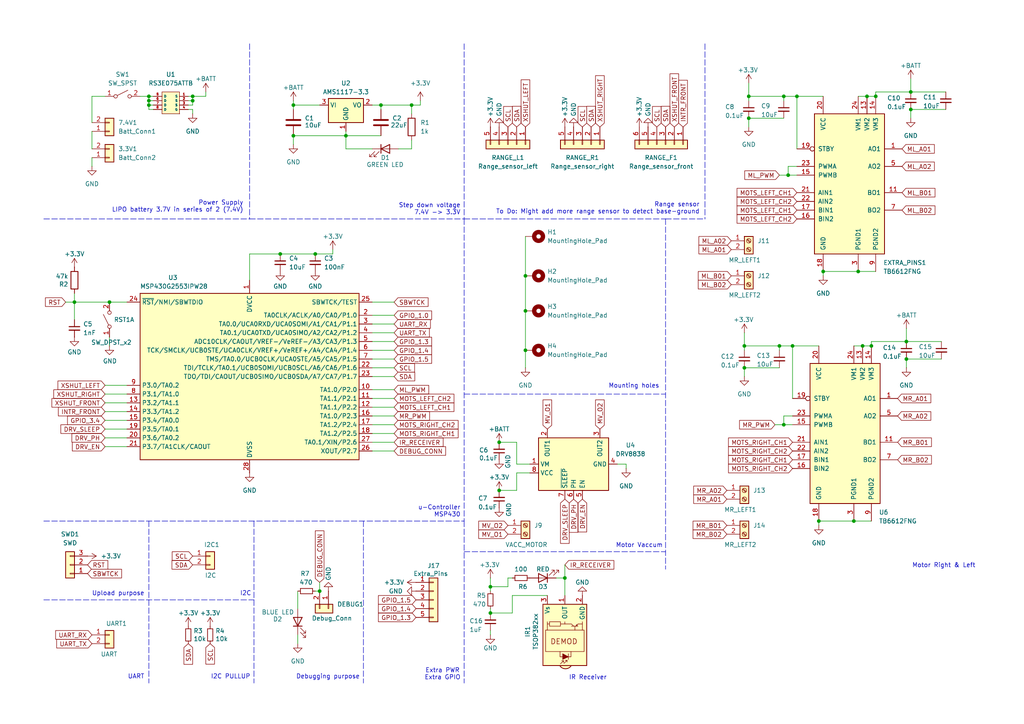
<source format=kicad_sch>
(kicad_sch (version 20231120) (generator "eeschema") (generator_version "8.0")
  (paper "A4")
  (junction (at 252.73 100.33))
  (junction (at 251.46 27.94))
  (junction (at 247.65 151.13))
  (junction (at 229.87 100.33))
  (junction (at 264.16 26.67))
  (junction (at 152.4 101.6))
  (junction (at 227.33 123.19))
  (junction (at 264.16 31.75))
  (junction (at 142.24 170.18))
  (junction (at 228.6 50.8))
  (junction (at 43.18 27.94))
  (junction (at 91.44 73.66))
  (junction (at 85.09 30.48))
  (junction (at 21.59 87.63))
  (junction (at 262.89 104.14))
  (junction (at 142.24 177.8))
  (junction (at 144.78 128.27))
  (junction (at 110.49 30.48))
  (junction (at 231.14 27.94))
  (junction (at 43.18 29.21))
  (junction (at 238.76 78.74))
  (junction (at 43.18 30.48))
  (junction (at 254 27.94))
  (junction (at 250.19 100.33))
  (junction (at 152.4 90.17))
  (junction (at 119.38 30.48))
  (junction (at 55.88 27.94))
  (junction (at 31.75 87.63))
  (junction (at 248.92 78.74))
  (junction (at 227.33 27.94))
  (junction (at 144.78 142.24))
  (junction (at 226.06 100.33))
  (junction (at 92.71 171.45))
  (junction (at 55.88 29.21))
  (junction (at 215.9 106.68))
  (junction (at 163.83 167.64))
  (junction (at 237.49 151.13))
  (junction (at 85.09 39.37))
  (junction (at 81.28 73.66))
  (junction (at 152.4 80.01))
  (junction (at 217.17 34.29))
  (junction (at 100.33 39.37))
  (junction (at 217.17 27.94))
  (junction (at 262.89 99.06))
  (junction (at 215.9 100.33))
  (polyline (pts (xy 12.7 151.13) (xy 134.62 151.13)) (stroke (width 0) (type dash)))
  (polyline (pts (xy 204.47 12.7) (xy 204.47 63.5)) (stroke (width 0) (type dash)))
  (wire (pts (xy 43.18 29.21) (xy 43.18 27.94)))
  (wire (pts (xy 85.09 29.21) (xy 85.09 30.48)))
  (wire (pts (xy 227.33 123.19) (xy 229.87 123.19)))
  (wire (pts (xy 144.78 142.24) (xy 149.86 142.24)))
  (wire (pts (xy 148.59 177.8) (xy 148.59 172.72)))
  (wire (pts (xy 40.64 27.94) (xy 43.18 27.94)))
  (wire (pts (xy 107.95 43.18) (xy 100.33 43.18)))
  (polyline (pts (xy 105.41 151.13) (xy 105.41 198.12)) (stroke (width 0) (type dash)))
  (wire (pts (xy 148.59 172.72) (xy 158.75 172.72)))
  (polyline (pts (xy 193.04 63.5) (xy 204.47 63.5)) (stroke (width 0) (type dash)))
  (wire (pts (xy 114.3 91.44) (xy 107.95 91.44)))
  (wire (pts (xy 85.09 30.48) (xy 85.09 31.75)))
  (polyline (pts (xy 43.18 151.13) (xy 43.18 173.99)) (stroke (width 0) (type dash)))
  (polyline (pts (xy 43.18 173.99) (xy 43.18 198.12)) (stroke (width 0) (type dash)))
  (wire (pts (xy 114.3 125.73) (xy 107.95 125.73)))
  (wire (pts (xy 228.6 50.8) (xy 231.14 50.8)))
  (wire (pts (xy 85.09 39.37) (xy 100.33 39.37)))
  (wire (pts (xy 100.33 43.18) (xy 100.33 39.37)))
  (wire (pts (xy 217.17 27.94) (xy 227.33 27.94)))
  (wire (pts (xy 121.92 29.21) (xy 121.92 30.48)))
  (wire (pts (xy 229.87 100.33) (xy 229.87 115.57)))
  (wire (pts (xy 72.39 73.66) (xy 81.28 73.66)))
  (wire (pts (xy 264.16 26.67) (xy 274.32 26.67)))
  (wire (pts (xy 231.14 27.94) (xy 227.33 27.94)))
  (wire (pts (xy 81.28 73.66) (xy 91.44 73.66)))
  (wire (pts (xy 237.49 151.13) (xy 247.65 151.13)))
  (wire (pts (xy 163.83 163.83) (xy 163.83 167.64)))
  (wire (pts (xy 250.19 100.33) (xy 252.73 100.33)))
  (wire (pts (xy 152.4 101.6) (xy 152.4 106.68)))
  (wire (pts (xy 91.44 73.66) (xy 96.52 73.66)))
  (wire (pts (xy 43.18 30.48) (xy 43.18 29.21)))
  (wire (pts (xy 119.38 30.48) (xy 121.92 30.48)))
  (wire (pts (xy 115.57 43.18) (xy 119.38 43.18)))
  (wire (pts (xy 114.3 106.68) (xy 107.95 106.68)))
  (wire (pts (xy 163.83 172.72) (xy 163.83 167.64)))
  (polyline (pts (xy 72.39 12.7) (xy 72.39 63.5)) (stroke (width 0) (type dash)))
  (wire (pts (xy 217.17 24.13) (xy 217.17 27.94)))
  (polyline (pts (xy 73.66 151.13) (xy 73.66 198.12)) (stroke (width 0) (type dash)))
  (wire (pts (xy 226.06 100.33) (xy 226.06 101.6)))
  (wire (pts (xy 114.3 118.11) (xy 107.95 118.11)))
  (wire (pts (xy 119.38 30.48) (xy 119.38 33.02)))
  (wire (pts (xy 91.44 171.45) (xy 92.71 171.45)))
  (wire (pts (xy 114.3 115.57) (xy 107.95 115.57)))
  (wire (pts (xy 215.9 106.68) (xy 226.06 106.68)))
  (wire (pts (xy 114.3 104.14) (xy 107.95 104.14)))
  (wire (pts (xy 85.09 39.37) (xy 85.09 41.91)))
  (wire (pts (xy 54.61 27.94) (xy 55.88 27.94)))
  (wire (pts (xy 142.24 171.45) (xy 142.24 170.18)))
  (wire (pts (xy 30.48 129.54) (xy 36.83 129.54)))
  (polyline (pts (xy 134.62 63.5) (xy 193.04 63.5)) (stroke (width 0) (type dash)))
  (wire (pts (xy 55.88 31.75) (xy 55.88 33.02)))
  (wire (pts (xy 262.89 99.06) (xy 273.05 99.06)))
  (wire (pts (xy 142.24 167.64) (xy 142.24 170.18)))
  (wire (pts (xy 252.73 99.06) (xy 252.73 100.33)))
  (wire (pts (xy 92.71 168.91) (xy 92.71 171.45)))
  (polyline (pts (xy 193.04 63.5) (xy 193.04 165.1)) (stroke (width 0) (type dash)))
  (wire (pts (xy 237.49 151.13) (xy 237.49 152.4)))
  (wire (pts (xy 114.3 87.63) (xy 107.95 87.63)))
  (wire (pts (xy 251.46 27.94) (xy 254 27.94)))
  (wire (pts (xy 31.75 87.63) (xy 36.83 87.63)))
  (wire (pts (xy 26.67 27.94) (xy 30.48 27.94)))
  (wire (pts (xy 43.18 29.21) (xy 44.45 29.21)))
  (wire (pts (xy 30.48 119.38) (xy 36.83 119.38)))
  (wire (pts (xy 254 26.67) (xy 254 27.94)))
  (wire (pts (xy 217.17 27.94) (xy 217.17 29.21)))
  (wire (pts (xy 248.92 27.94) (xy 251.46 27.94)))
  (polyline (pts (xy 134.62 12.7) (xy 134.62 63.5)) (stroke (width 0) (type dash)))
  (wire (pts (xy 181.61 134.62) (xy 181.61 135.89)))
  (wire (pts (xy 21.59 87.63) (xy 31.75 87.63)))
  (wire (pts (xy 264.16 22.86) (xy 264.16 26.67)))
  (wire (pts (xy 215.9 96.52) (xy 215.9 100.33)))
  (wire (pts (xy 227.33 27.94) (xy 227.33 29.21)))
  (wire (pts (xy 217.17 34.29) (xy 227.33 34.29)))
  (wire (pts (xy 44.45 31.75) (xy 43.18 31.75)))
  (wire (pts (xy 238.76 78.74) (xy 248.92 78.74)))
  (wire (pts (xy 100.33 39.37) (xy 110.49 39.37)))
  (wire (pts (xy 30.48 121.92) (xy 36.83 121.92)))
  (wire (pts (xy 247.65 151.13) (xy 252.73 151.13)))
  (wire (pts (xy 43.18 31.75) (xy 43.18 30.48)))
  (wire (pts (xy 30.48 127) (xy 36.83 127)))
  (wire (pts (xy 86.36 176.53) (xy 86.36 171.45)))
  (wire (pts (xy 142.24 182.88) (xy 142.24 184.15)))
  (wire (pts (xy 262.89 104.14) (xy 262.89 106.68)))
  (wire (pts (xy 228.6 48.26) (xy 228.6 50.8)))
  (wire (pts (xy 114.3 93.98) (xy 107.95 93.98)))
  (polyline (pts (xy 12.7 173.99) (xy 73.66 173.99)) (stroke (width 0) (type dash)))
  (wire (pts (xy 26.67 35.56) (xy 26.67 27.94)))
  (wire (pts (xy 152.4 68.58) (xy 152.4 80.01)))
  (wire (pts (xy 119.38 43.18) (xy 119.38 40.64)))
  (wire (pts (xy 72.39 73.66) (xy 72.39 81.28)))
  (wire (pts (xy 114.3 109.22) (xy 107.95 109.22)))
  (wire (pts (xy 85.09 30.48) (xy 92.71 30.48)))
  (wire (pts (xy 238.76 27.94) (xy 231.14 27.94)))
  (wire (pts (xy 149.86 128.27) (xy 144.78 128.27)))
  (wire (pts (xy 147.32 167.64) (xy 148.59 167.64)))
  (wire (pts (xy 152.4 90.17) (xy 152.4 101.6)))
  (polyline (pts (xy 134.62 63.5) (xy 134.62 151.13)) (stroke (width 0) (type dash)))
  (polyline (pts (xy 12.7 63.5) (xy 72.39 63.5)) (stroke (width 0) (type dash)))
  (wire (pts (xy 264.16 31.75) (xy 274.32 31.75)))
  (wire (pts (xy 54.61 30.48) (xy 55.88 30.48)))
  (polyline (pts (xy 134.62 151.13) (xy 134.62 198.12)) (stroke (width 0) (type dash)))
  (wire (pts (xy 43.18 30.48) (xy 44.45 30.48)))
  (wire (pts (xy 252.73 99.06) (xy 262.89 99.06)))
  (wire (pts (xy 262.89 104.14) (xy 273.05 104.14)))
  (wire (pts (xy 161.29 167.64) (xy 163.83 167.64)))
  (wire (pts (xy 55.88 29.21) (xy 55.88 27.94)))
  (wire (pts (xy 247.65 100.33) (xy 250.19 100.33)))
  (wire (pts (xy 54.61 29.21) (xy 55.88 29.21)))
  (wire (pts (xy 229.87 120.65) (xy 227.33 120.65)))
  (wire (pts (xy 26.67 45.72) (xy 26.67 48.26)))
  (wire (pts (xy 110.49 30.48) (xy 119.38 30.48)))
  (wire (pts (xy 54.61 31.75) (xy 55.88 31.75)))
  (wire (pts (xy 229.87 100.33) (xy 226.06 100.33)))
  (wire (pts (xy 21.59 87.63) (xy 21.59 92.71)))
  (wire (pts (xy 31.75 97.79) (xy 31.75 100.33)))
  (wire (pts (xy 262.89 95.25) (xy 262.89 99.06)))
  (wire (pts (xy 114.3 101.6) (xy 107.95 101.6)))
  (wire (pts (xy 114.3 130.81) (xy 107.95 130.81)))
  (wire (pts (xy 100.33 39.37) (xy 100.33 38.1)))
  (polyline (pts (xy 134.62 160.02) (xy 193.04 160.02)) (stroke (width 0) (type dash)))
  (wire (pts (xy 114.3 123.19) (xy 107.95 123.19)))
  (wire (pts (xy 254 26.67) (xy 264.16 26.67)))
  (wire (pts (xy 19.05 87.63) (xy 21.59 87.63)))
  (wire (pts (xy 114.3 128.27) (xy 107.95 128.27)))
  (wire (pts (xy 149.86 137.16) (xy 153.67 137.16)))
  (wire (pts (xy 217.17 34.29) (xy 217.17 36.83)))
  (wire (pts (xy 238.76 78.74) (xy 238.76 80.01)))
  (wire (pts (xy 21.59 85.09) (xy 21.59 87.63)))
  (wire (pts (xy 215.9 100.33) (xy 226.06 100.33)))
  (wire (pts (xy 55.88 27.94) (xy 59.69 27.94)))
  (wire (pts (xy 248.92 78.74) (xy 254 78.74)))
  (wire (pts (xy 149.86 142.24) (xy 149.86 137.16)))
  (polyline (pts (xy 72.39 63.5) (xy 134.62 63.5)) (stroke (width 0) (type dash)))
  (wire (pts (xy 215.9 100.33) (xy 215.9 101.6)))
  (wire (pts (xy 142.24 177.8) (xy 148.59 177.8)))
  (wire (pts (xy 30.48 124.46) (xy 36.83 124.46)))
  (wire (pts (xy 237.49 100.33) (xy 229.87 100.33)))
  (wire (pts (xy 264.16 31.75) (xy 264.16 34.29)))
  (wire (pts (xy 30.48 111.76) (xy 36.83 111.76)))
  (wire (pts (xy 43.18 27.94) (xy 44.45 27.94)))
  (wire (pts (xy 153.67 134.62) (xy 149.86 134.62)))
  (wire (pts (xy 179.07 134.62) (xy 181.61 134.62)))
  (wire (pts (xy 30.48 116.84) (xy 36.83 116.84)))
  (wire (pts (xy 114.3 99.06) (xy 107.95 99.06)))
  (wire (pts (xy 114.3 113.03) (xy 107.95 113.03)))
  (wire (pts (xy 215.9 106.68) (xy 215.9 109.22)))
  (wire (pts (xy 110.49 30.48) (xy 110.49 31.75)))
  (wire (pts (xy 227.33 120.65) (xy 227.33 123.19)))
  (wire (pts (xy 231.14 27.94) (xy 231.14 43.18)))
  (wire (pts (xy 114.3 120.65) (xy 107.95 120.65)))
  (wire (pts (xy 55.88 30.48) (xy 55.88 29.21)))
  (wire (pts (xy 26.67 43.18) (xy 26.67 38.1)))
  (wire (pts (xy 114.3 96.52) (xy 107.95 96.52)))
  (wire (pts (xy 142.24 176.53) (xy 142.24 177.8)))
  (polyline (pts (xy 134.62 114.3) (xy 193.04 114.3)) (stroke (width 0) (type dash)))
  (wire (pts (xy 226.06 50.8) (xy 228.6 50.8)))
  (wire (pts (xy 107.95 30.48) (xy 110.49 30.48)))
  (wire (pts (xy 224.79 123.19) (xy 227.33 123.19)))
  (wire (pts (xy 96.52 72.39) (xy 96.52 73.66)))
  (wire (pts (xy 231.14 48.26) (xy 228.6 48.26)))
  (wire (pts (xy 59.69 26.67) (xy 59.69 27.94)))
  (wire (pts (xy 149.86 134.62) (xy 149.86 128.27)))
  (wire (pts (xy 152.4 80.01) (xy 152.4 90.17)))
  (wire (pts (xy 86.36 184.15) (xy 86.36 186.69)))
  (wire (pts (xy 147.32 170.18) (xy 147.32 167.64)))
  (wire (pts (xy 142.24 170.18) (xy 147.32 170.18)))
  (wire (pts (xy 30.48 114.3) (xy 36.83 114.3)))
  (text "I2C" (at 72.898 172.212 0) (effects (font (size 1.27 1.27)) (justify right)))
  (text "Motor Vaccum" (at 192.278 158.242 0) (effects (font (size 1.27 1.27)) (justify right)))
  (text "Power Supply\nLIPO battery 3.7V in series of 2 (7.4V)\n\n" (at 70.612 60.96 0) (effects (font (size 1.27 1.27)) (justify right)))
  (text "Extra PWR" (at 133.35 194.564 0) (effects (font (size 1.27 1.27)) (justify right)))
  (text "UART" (at 41.91 196.342 0) (effects (font (size 1.27 1.27)) (justify right)))
  (text "I2C PULLUP" (at 72.644 196.342 0) (effects (font (size 1.27 1.27)) (justify right)))
  (text "Range sensor\nTo Do: Might add more range sensor to detect base-ground" (at 202.946 60.452 0) (effects (font (size 1.27 1.27)) (justify right)))
  (text "u-Controller\nMSP430" (at 133.604 148.336 0) (effects (font (size 1.27 1.27)) (justify right)))
  (text "Upload purpose" (at 41.91 172.212 0) (effects (font (size 1.27 1.27)) (justify right)))
  (text "Motor Right & Left" (at 282.956 164.084 0) (effects (font (size 1.27 1.27)) (justify right)))
  (text "Debugging purpose" (at 104.394 196.342 0) (effects (font (size 1.27 1.27)) (justify right)))
  (text "Extra GPIO" (at 133.604 196.596 0) (effects (font (size 1.27 1.27)) (justify right)))
  (text "Step down voltage\n7.4V -> 3.3V\n\n" (at 133.604 61.722 0) (effects (font (size 1.27 1.27)) (justify right)))
  (text "IR Receiver" (at 176.022 196.596 0) (effects (font (size 1.27 1.27)) (justify right)))
  (text "Mounting holes" (at 191.262 112.014 0) (effects (font (size 1.27 1.27)) (justify right)))
  (global_label "ML_A01" (shape input) (at 261.62 43.18 0) (property "Intersheetrefs" "${INTERSHEET_REFS}" (effects (hide yes))))
  (global_label "MV_O2" (shape input) (at 173.99 124.46 90) (property "Intersheetrefs" "${INTERSHEET_REFS}" (effects (hide yes))))
  (global_label "DRV_PH" (shape input) (at 30.48 127 180) (property "Intersheetrefs" "${INTERSHEET_REFS}" (effects (hide yes))))
  (global_label "ML_B01" (shape input) (at 212.09 80.01 180) (property "Intersheetrefs" "${INTERSHEET_REFS}" (effects (hide yes))))
  (global_label "ML_B01" (shape input) (at 261.62 55.88 0) (property "Intersheetrefs" "${INTERSHEET_REFS}" (effects (hide yes))))
  (global_label "ML_PWM" (shape input) (at 226.06 50.8 180) (property "Intersheetrefs" "${INTERSHEET_REFS}" (effects (hide yes))))
  (global_label "MOTS_LEFT_CH2" (shape input) (at 231.14 63.5 180) (property "Intersheetrefs" "${INTERSHEET_REFS}" (effects (hide yes))))
  (global_label "MR_PWM" (shape input) (at 114.3 120.65 0) (property "Intersheetrefs" "${INTERSHEET_REFS}" (effects (hide yes))))
  (global_label "MOTS_LEFT_CH2" (shape input) (at 114.3 115.57 0) (property "Intersheetrefs" "${INTERSHEET_REFS}" (effects (hide yes))))
  (global_label "MR_B01" (shape input) (at 210.82 152.4 180) (property "Intersheetrefs" "${INTERSHEET_REFS}" (effects (hide yes))))
  (global_label "MOTS_RIGHT_CH1" (shape input) (at 229.87 133.35 180) (property "Intersheetrefs" "${INTERSHEET_REFS}" (effects (hide yes))))
  (global_label "GPIO_1.0" (shape input) (at 114.3 91.44 0) (property "Intersheetrefs" "${INTERSHEET_REFS}" (effects (hide yes))))
  (global_label "UART_TX" (shape input) (at 114.3 96.52 0) (property "Intersheetrefs" "${INTERSHEET_REFS}" (effects (hide yes))))
  (global_label "INTR_FRONT" (shape input) (at 198.12 36.83 90) (property "Intersheetrefs" "${INTERSHEET_REFS}" (effects (hide yes))))
  (global_label "SDA" (shape input) (at 114.3 109.22 0) (property "Intersheetrefs" "${INTERSHEET_REFS}" (effects (hide yes))))
  (global_label "SDA" (shape input) (at 171.45 36.83 90) (property "Intersheetrefs" "${INTERSHEET_REFS}" (effects (hide yes))))
  (global_label "DRV_SLEEP" (shape input) (at 163.83 144.78 270) (property "Intersheetrefs" "${INTERSHEET_REFS}" (effects (hide yes))))
  (global_label "DEBUG_CONN" (shape input) (at 114.3 130.81 0) (property "Intersheetrefs" "${INTERSHEET_REFS}" (effects (hide yes))))
  (global_label "SCL" (shape input) (at 114.3 106.68 0) (property "Intersheetrefs" "${INTERSHEET_REFS}" (effects (hide yes))))
  (global_label "IR_RECEIVER" (shape input) (at 114.3 128.27 0) (property "Intersheetrefs" "${INTERSHEET_REFS}" (effects (hide yes))))
  (global_label "MV_O1" (shape input) (at 147.32 154.94 180) (property "Intersheetrefs" "${INTERSHEET_REFS}" (effects (hide yes))))
  (global_label "DEBUG_CONN" (shape input) (at 92.71 168.91 90) (property "Intersheetrefs" "${INTERSHEET_REFS}" (effects (hide yes))))
  (global_label "ML_PWM" (shape input) (at 114.3 113.03 0) (property "Intersheetrefs" "${INTERSHEET_REFS}" (effects (hide yes))))
  (global_label "MOTS_RIGHT_CH1" (shape input) (at 114.3 125.73 0) (property "Intersheetrefs" "${INTERSHEET_REFS}" (effects (hide yes))))
  (global_label "MR_B02" (shape input) (at 210.82 154.94 180) (property "Intersheetrefs" "${INTERSHEET_REFS}" (effects (hide yes))))
  (global_label "MR_A01" (shape input) (at 210.82 144.78 180) (property "Intersheetrefs" "${INTERSHEET_REFS}" (effects (hide yes))))
  (global_label "ML_A02" (shape input) (at 261.62 48.26 0) (property "Intersheetrefs" "${INTERSHEET_REFS}" (effects (hide yes))))
  (global_label "ML_B02" (shape input) (at 261.62 60.96 0) (property "Intersheetrefs" "${INTERSHEET_REFS}" (effects (hide yes))))
  (global_label "ML_B02" (shape input) (at 212.09 82.55 180) (property "Intersheetrefs" "${INTERSHEET_REFS}" (effects (hide yes))))
  (global_label "MOTS_RIGHT_CH2" (shape input) (at 229.87 135.89 180) (property "Intersheetrefs" "${INTERSHEET_REFS}" (effects (hide yes))))
  (global_label "GPIO_1.3" (shape input) (at 114.3 99.06 0) (property "Intersheetrefs" "${INTERSHEET_REFS}" (effects (hide yes))))
  (global_label "MOTS_LEFT_CH2" (shape input) (at 231.14 58.42 180) (property "Intersheetrefs" "${INTERSHEET_REFS}" (effects (hide yes))))
  (global_label "XSHUT_LEFT" (shape input) (at 30.48 111.76 180) (property "Intersheetrefs" "${INTERSHEET_REFS}" (effects (hide yes))))
  (global_label "ML_A02" (shape input) (at 212.09 69.85 180) (property "Intersheetrefs" "${INTERSHEET_REFS}" (effects (hide yes))))
  (global_label "DRV_SLEEP" (shape input) (at 30.48 124.46 180) (property "Intersheetrefs" "${INTERSHEET_REFS}" (effects (hide yes))))
  (global_label "SDA" (shape input) (at 193.04 36.83 90) (property "Intersheetrefs" "${INTERSHEET_REFS}" (effects (hide yes))))
  (global_label "MOTS_RIGHT_CH1" (shape input) (at 229.87 128.27 180) (property "Intersheetrefs" "${INTERSHEET_REFS}" (effects (hide yes))))
  (global_label "SCL" (shape input) (at 190.5 36.83 90) (property "Intersheetrefs" "${INTERSHEET_REFS}" (effects (hide yes))))
  (global_label "UART_RX" (shape input) (at 114.3 93.98 0) (property "Intersheetrefs" "${INTERSHEET_REFS}" (effects (hide yes))))
  (global_label "MR_PWM" (shape input) (at 224.79 123.19 180) (property "Intersheetrefs" "${INTERSHEET_REFS}" (effects (hide yes))))
  (global_label "XSHUT_LEFT" (shape input) (at 152.4 36.83 90) (property "Intersheetrefs" "${INTERSHEET_REFS}" (effects (hide yes))))
  (global_label "MV_O1" (shape input) (at 158.75 124.46 90) (property "Intersheetrefs" "${INTERSHEET_REFS}" (effects (hide yes))))
  (global_label "SCL" (shape input) (at 60.96 186.69 270) (property "Intersheetrefs" "${INTERSHEET_REFS}" (effects (hide yes))))
  (global_label "XSHUT_RIGHT" (shape input) (at 30.48 114.3 180) (property "Intersheetrefs" "${INTERSHEET_REFS}" (effects (hide yes))))
  (global_label "XSHUT_RIGHT" (shape input) (at 173.99 36.83 90) (property "Intersheetrefs" "${INTERSHEET_REFS}" (effects (hide yes))))
  (global_label "SBWTCK" (shape input) (at 114.3 87.63 0) (property "Intersheetrefs" "${INTERSHEET_REFS}" (effects (hide yes))))
  (global_label "IR_RECEIVER" (shape input) (at 163.83 163.83 0) (property "Intersheetrefs" "${INTERSHEET_REFS}" (effects (hide yes))))
  (global_label "GPIO_1.4" (shape input) (at 120.65 176.53 180) (property "Intersheetrefs" "${INTERSHEET_REFS}" (effects (hide yes))))
  (global_label "SDA" (shape input) (at 149.86 36.83 90) (property "Intersheetrefs" "${INTERSHEET_REFS}" (effects (hide yes))))
  (global_label "UART_TX" (shape input) (at 26.67 186.69 180) (property "Intersheetrefs" "${INTERSHEET_REFS}" (effects (hide yes))))
  (global_label "GPIO_1.5" (shape input) (at 120.65 173.99 180) (property "Intersheetrefs" "${INTERSHEET_REFS}" (effects (hide yes))))
  (global_label "UART_RX" (shape input) (at 26.67 184.15 180) (property "Intersheetrefs" "${INTERSHEET_REFS}" (effects (hide yes))))
  (global_label "SDA" (shape input) (at 54.61 186.69 270) (property "Intersheetrefs" "${INTERSHEET_REFS}" (effects (hide yes))))
  (global_label "DRV_EN" (shape input) (at 30.48 129.54 180) (property "Intersheetrefs" "${INTERSHEET_REFS}" (effects (hide yes))))
  (global_label "RST" (shape input) (at 25.4 163.83 0) (property "Intersheetrefs" "${INTERSHEET_REFS}" (effects (hide yes))))
  (global_label "SBWTCK" (shape input) (at 25.4 166.37 0) (property "Intersheetrefs" "${INTERSHEET_REFS}" (effects (hide yes))))
  (global_label "GPIO_1.4" (shape input) (at 114.3 101.6 0) (property "Intersheetrefs" "${INTERSHEET_REFS}" (effects (hide yes))))
  (global_label "SCL" (shape input) (at 168.91 36.83 90) (property "Intersheetrefs" "${INTERSHEET_REFS}" (effects (hide yes))))
  (global_label "MR_A02" (shape input) (at 260.35 120.65 0) (property "Intersheetrefs" "${INTERSHEET_REFS}" (effects (hide yes))))
  (global_label "MOTS_LEFT_CH1" (shape input) (at 114.3 118.11 0) (property "Intersheetrefs" "${INTERSHEET_REFS}" (effects (hide yes))))
  (global_label "GPIO_3.4" (shape input) (at 30.48 121.92 180) (property "Intersheetrefs" "${INTERSHEET_REFS}" (effects (hide yes))))
  (global_label "MR_A02" (shape input) (at 210.82 142.24 180) (property "Intersheetrefs" "${INTERSHEET_REFS}" (effects (hide yes))))
  (global_label "GPIO_1.5" (shape input) (at 114.3 104.14 0) (property "Intersheetrefs" "${INTERSHEET_REFS}" (effects (hide yes))))
  (global_label "DRV_PH" (shape input) (at 166.37 144.78 270) (property "Intersheetrefs" "${INTERSHEET_REFS}" (effects (hide yes))))
  (global_label "MR_B02" (shape input) (at 260.35 133.35 0) (property "Intersheetrefs" "${INTERSHEET_REFS}" (effects (hide yes))))
  (global_label "RST" (shape input) (at 19.05 87.63 180) (property "Intersheetrefs" "${INTERSHEET_REFS}" (effects (hide yes))))
  (global_label "SDA" (shape input) (at 55.88 163.83 180) (property "Intersheetrefs" "${INTERSHEET_REFS}" (effects (hide yes))))
  (global_label "MOTS_LEFT_CH1" (shape input) (at 231.14 60.96 180) (property "Intersheetrefs" "${INTERSHEET_REFS}" (effects (hide yes))))
  (global_label "ML_A01" (shape input) (at 212.09 72.39 180) (property "Intersheetrefs" "${INTERSHEET_REFS}" (effects (hide yes))))
  (global_label "MOTS_RIGHT_CH2" (shape input) (at 114.3 123.19 0) (property "Intersheetrefs" "${INTERSHEET_REFS}" (effects (hide yes))))
  (global_label "XSHUT_FRONT" (shape input) (at 30.48 116.84 180) (property "Intersheetrefs" "${INTERSHEET_REFS}" (effects (hide yes))))
  (global_label "MV_O2" (shape input) (at 147.32 152.4 180) (property "Intersheetrefs" "${INTERSHEET_REFS}" (effects (hide yes))))
  (global_label "MR_A01" (shape input) (at 260.35 115.57 0) (property "Intersheetrefs" "${INTERSHEET_REFS}" (effects (hide yes))))
  (global_label "MOTS_RIGHT_CH2" (shape input) (at 229.87 130.81 180) (property "Intersheetrefs" "${INTERSHEET_REFS}" (effects (hide yes))))
  (global_label "SCL" (shape input) (at 55.88 161.29 180) (property "Intersheetrefs" "${INTERSHEET_REFS}" (effects (hide yes))))
  (global_label "INTR_FRONT" (shape input) (at 30.48 119.38 180) (property "Intersheetrefs" "${INTERSHEET_REFS}" (effects (hide yes))))
  (global_label "MR_B01" (shape input) (at 260.35 128.27 0) (property "Intersheetrefs" "${INTERSHEET_REFS}" (effects (hide yes))))
  (global_label "DRV_EN" (shape input) (at 168.91 144.78 270) (property "Intersheetrefs" "${INTERSHEET_REFS}" (effects (hide yes))))
  (global_label "MOTS_LEFT_CH1" (shape input) (at 231.14 55.88 180) (property "Intersheetrefs" "${INTERSHEET_REFS}" (effects (hide yes))))
  (global_label "GPIO_1.3" (shape input) (at 120.65 179.07 180) (property "Intersheetrefs" "${INTERSHEET_REFS}" (effects (hide yes))))
  (global_label "XSHUT_FRONT" (shape input) (at 195.58 36.83 90) (property "Intersheetrefs" "${INTERSHEET_REFS}" (effects (hide yes))))
  (global_label "SCL" (shape input) (at 147.32 36.83 90) (property "Intersheetrefs" "${INTERSHEET_REFS}" (effects (hide yes))))
  (symbol (lib_id "power:GND") (at 142.24 184.15 0) (unit 1)
    (property "Reference" "#PWR045" (effects (hide yes)))
    (property "Value" "GND" (at 142.24 187.96 0))
    (property "Description" "Power symbol creates a global label with name \"GND\" , ground" (effects (hide yes)))
  )
  (symbol (lib_id "Device:R") (at 21.59 81.28 180) (unit 1)
    (property "Reference" "R2" (at 19.812 82.4484 0) (effects (justify left)))
    (property "Value" "47k" (at 19.812 80.137 0) (effects (justify left)))
    (property "Footprint" "Resistor_SMD:R_0603_1608Metric" (effects (hide yes)))
    (property "Datasheet" "https://lcsc.com/product-detail/Chip-Resistor-Surface-Mount_Uniroyal-Elec-0603WAF4702T5E_C25819.html" (effects (hide yes)))
    (property "LCSC Part" "C25819" (effects (hide yes)))
  )
  (symbol (lib_id "power:GND") (at 85.09 41.91 0) (unit 1)
    (property "Reference" "#PWR05" (effects (hide yes)))
    (property "Value" "GND" (at 85.09 46.99 0))
    (property "Description" "Power symbol creates a global label with name \"GND\" , ground" (effects (hide yes)))
  )
  (symbol (lib_id "power:+3.3V") (at 25.4 161.29 270) (unit 1)
    (property "Reference" "#PWR014" (effects (hide yes)))
    (property "Value" "+3.3V" (at 29.21 161.2899 90) (effects (justify left)))
    (property "Description" "Power symbol creates a global label with name \"+3.3V\"" (effects (hide yes)))
  )
  (symbol (lib_id "Device:C_Small") (at 226.06 104.14 0) (unit 1)
    (property "Reference" "C13" (at 219.456 103.124 0) (effects (justify left)))
    (property "Value" "10uF" (at 219.456 105.664 0) (effects (justify left)))
    (property "Footprint" "Capacitor_SMD:C_0805_2012Metric" (effects (hide yes)))
    (property "Datasheet" "https://www.digikey.com/en/products/detail/samsung-electro-mechanics/CL21A106KAYNNNE/3888549" (effects (hide yes)))
    (property "LCSC Part" "C15850" (effects (hide yes)))
  )
  (symbol (lib_id "power:+3.3V") (at 121.92 29.21 0) (unit 1)
    (property "Reference" "#PWR06" (effects (hide yes)))
    (property "Value" "+3.3V" (at 121.92 24.13 0))
    (property "Description" "Power symbol creates a global label with name \"+3.3V\"" (effects (hide yes)))
  )
  (symbol (lib_id "power:GND") (at 238.76 80.01 0) (unit 1)
    (property "Reference" "#PWR031" (effects (hide yes)))
    (property "Value" "GND" (at 238.76 85.09 0))
    (property "Description" "Power symbol creates a global label with name \"GND\" , ground" (effects (hide yes)))
  )
  (symbol (lib_id "Device:R_Small") (at 60.96 184.15 0) (unit 1)
    (property "Reference" "R4" (at 62.4586 182.9816 0) (effects (justify left)))
    (property "Value" "10k" (at 62.4586 185.293 0) (effects (justify left)))
    (property "Footprint" "Resistor_SMD:R_1206_3216Metric" (effects (hide yes)))
    (property "Datasheet" "https://lcsc.com/product-detail/Chip-Resistor-Surface-Mount_Uniroyal-Elec-1206W4F1002T5E_C17902.html" (effects (hide yes)))
    (property "LCSC Part" "C17902" (effects (hide yes)))
  )
  (symbol (lib_id "power:GND") (at 55.88 33.02 0) (unit 1)
    (property "Reference" "#PWR02" (effects (hide yes)))
    (property "Value" "GND" (at 55.88 38.1 0))
    (property "Description" "Power symbol creates a global label with name \"GND\" , ground" (effects (hide yes)))
  )
  (symbol (lib_id "Device:C_Small") (at 144.78 130.81 180) (unit 1)
    (property "Reference" "C6" (at 138.938 130.556 0) (effects (justify right)))
    (property "Value" "0.1uF" (at 138.938 132.842 0) (effects (justify right)))
    (property "Footprint" "Capacitor_SMD:C_0201_0603Metric" (effects (hide yes)))
    (property "Description" "Unpolarized capacitor, small symbol" (effects (hide yes)))
  )
  (symbol (lib_id "power:+3.3V") (at 142.24 36.83 0) (unit 1)
    (property "Reference" "#PWR017" (effects (hide yes)))
    (property "Value" "+3.3V" (at 142.24 30.988 90))
    (property "Description" "Power symbol creates a global label with name \"+3.3V\"" (effects (hide yes)))
  )
  (symbol (lib_id "power:GND") (at 72.39 137.16 0) (unit 1)
    (property "Reference" "#PWR08" (effects (hide yes)))
    (property "Value" "GND" (at 72.39 142.24 0))
    (property "Description" "Power symbol creates a global label with name \"GND\" , ground" (effects (hide yes)))
  )
  (symbol (lib_id "Mechanical:MountingHole_Pad") (at 154.94 80.01 270) (unit 1) (exclude_from_sim yes) (in_bom no)
    (property "Reference" "H2" (at 158.75 78.7399 90) (effects (justify left)))
    (property "Value" "MountingHole_Pad" (at 158.75 81.2799 90) (effects (justify left)))
    (property "Footprint" "MountingHole:MountingHole_2.2mm_M2_Pad_Via" (effects (hide yes)))
    (property "Description" "Mounting Hole with connection" (effects (hide yes)))
  )
  (symbol (lib_id "power:+3.3V") (at 217.17 24.13 0) (unit 1)
    (property "Reference" "#PWR032" (effects (hide yes)))
    (property "Value" "+3.3V" (at 216.916 20.32 0))
    (property "Description" "Power symbol creates a global label with name \"+3.3V\"" (effects (hide yes)))
  )
  (symbol (lib_id "Switch:SW_DPST_x2") (at 31.75 92.71 90) (unit 1)
    (property "Reference" "RST1" (at 33.02 92.71 90) (effects (justify right)))
    (property "Value" "SW_DPST_x2" (at 26.416 99.314 90) (effects (justify right)))
    (property "Footprint" "Button_Switch_SMD:SW_Push_1P1T_NO_6x6mm_H9.5mm" (effects (hide yes)))
  )
  (symbol (lib_id "Connector_Generic:Conn_01x05") (at 125.73 173.99 0) (unit 1)
    (property "Reference" "J17" (at 123.952 164.084 0) (effects (justify left)))
    (property "Value" "Extra_Pins" (at 119.888 166.37 0) (effects (justify left)))
    (property "Footprint" "Connector_PinHeader_2.54mm:PinHeader_1x05_P2.54mm_Vertical" (effects (hide yes)))
    (property "Description" "Generic connector, single row, 01x05, script generated (kicad-library-utils/schlib/autogen/connector/)" (effects (hide yes)))
  )
  (symbol (lib_id "Connector_Generic:Conn_01x06") (at 193.04 41.91 270) (unit 1)
    (property "Reference" "RANGE_F1" (at 191.77 45.72 90))
    (property "Value" "Range_sensor_front" (at 191.77 48.26 90))
    (property "Footprint" "Connector_Molex:Molex_PicoBlade_53048-0610_1x06_P1.25mm_Horizontal" (effects (hide yes)))
    (property "Description" "Generic connector, single row, 01x06, script generated (kicad-library-utils/schlib/autogen/connector/)" (effects (hide yes)))
  )
  (symbol (lib_id "power:+3.3V") (at 96.52 72.39 0) (unit 1)
    (property "Reference" "#PWR07" (effects (hide yes)))
    (property "Value" "+3.3V" (at 96.52 68.58 0))
    (property "Description" "Power symbol creates a global label with name \"+3.3V\"" (effects (hide yes)))
  )
  (symbol (lib_id "power:GND") (at 166.37 36.83 180) (unit 1)
    (property "Reference" "#PWR020" (effects (hide yes)))
    (property "Value" "GND" (at 166.37 31.75 90))
    (property "Description" "Power symbol creates a global label with name \"GND\" , ground" (effects (hide yes)))
  )
  (symbol (lib_id "Connector:Screw_Terminal_01x02") (at 215.9 152.4 0) (unit 1)
    (property "Reference" "J14" (at 218.44 152.3999 0) (effects (justify left)))
    (property "Value" "MR_LEFT2" (at 210.058 157.988 0) (effects (justify left)))
    (property "Footprint" "footprints_terminal:CUI_TB002-500-02BE" (effects (hide yes)))
    (property "Description" "Generic screw terminal, single row, 01x02, script generated (kicad-library-utils/schlib/autogen/connector/)" (effects (hide yes)))
  )
  (symbol (lib_id "Device:C_Small") (at 81.28 76.2 0) (unit 1)
    (property "Reference" "C4" (at 83.82 74.9362 0) (effects (justify left)))
    (property "Value" "10uF" (at 83.82 77.4762 0) (effects (justify left)))
    (property "Footprint" "Capacitor_SMD:C_0201_0603Metric" (effects (hide yes)))
    (property "Description" "Unpolarized capacitor, small symbol" (effects (hide yes)))
  )
  (symbol (lib_id "Device:C_Small") (at 91.44 76.2 0) (unit 1)
    (property "Reference" "C3" (at 93.98 74.9362 0) (effects (justify left)))
    (property "Value" "100nF" (at 93.98 77.4762 0) (effects (justify left)))
    (property "Footprint" "Capacitor_SMD:C_0603_1608Metric" (effects (hide yes)))
    (property "Description" "Unpolarized capacitor, small symbol" (effects (hide yes)))
  )
  (symbol (lib_id "power:GND") (at 144.78 147.32 0) (unit 1)
    (property "Reference" "#PWR025" (effects (hide yes)))
    (property "Value" "GND" (at 147.574 147.828 90))
    (property "Description" "Power symbol creates a global label with name \"GND\" , ground" (effects (hide yes)))
  )
  (symbol (lib_id "Connector:Screw_Terminal_01x02") (at 152.4 152.4 0) (unit 1)
    (property "Reference" "J9" (at 154.94 152.3999 0) (effects (justify left)))
    (property "Value" "VACC_MOTOR" (at 146.558 157.988 0) (effects (justify left)))
    (property "Footprint" "footprints_terminal:CUI_TB002-500-02BE" (effects (hide yes)))
    (property "Description" "Generic screw terminal, single row, 01x02, script generated (kicad-library-utils/schlib/autogen/connector/)" (effects (hide yes)))
  )
  (symbol (lib_name "Conn_01x02_2") (lib_id "Connector_Generic:Conn_01x02") (at 31.75 35.56 0) (unit 1)
    (property "Reference" "7.4V1" (at 34.29 35.5599 0) (effects (justify left)))
    (property "Value" "Batt_Conn1" (at 34.29 38.0999 0) (effects (justify left)))
    (property "Footprint" "Connector_Hirose:Hirose_DF13-02P-1.25DS_1x02_P1.25mm_Horizontal" (effects (hide yes)))
    (property "Description" "Generic connector, single row, 01x02, script generated (kicad-library-utils/schlib/autogen/connector/)" (effects (hide yes)))
  )
  (symbol (lib_id "power:+3.3V") (at 21.59 77.47 0) (unit 1)
    (property "Reference" "#PWR011" (effects (hide yes)))
    (property "Value" "+3.3V" (at 21.59 73.66 0))
    (property "Description" "Power symbol creates a global label with name \"+3.3V\"" (effects (hide yes)))
  )
  (symbol (lib_id "Mechanical:MountingHole_Pad") (at 154.94 68.58 270) (unit 1) (exclude_from_sim yes) (in_bom no)
    (property "Reference" "H1" (at 158.75 67.3099 90) (effects (justify left)))
    (property "Value" "MountingHole_Pad" (at 158.75 69.8499 90) (effects (justify left)))
    (property "Footprint" "MountingHole:MountingHole_2.2mm_M2_Pad_Via" (effects (hide yes)))
    (property "Description" "Mounting Hole with connection" (effects (hide yes)))
  )
  (symbol (lib_id "power:GND") (at 181.61 135.89 0) (unit 1)
    (property "Reference" "#PWR028" (effects (hide yes)))
    (property "Value" "GND" (at 181.61 140.97 0))
    (property "Description" "Power symbol creates a global label with name \"GND\" , ground" (effects (hide yes)))
  )
  (symbol (lib_id "power:GND") (at 144.78 133.35 0) (unit 1)
    (property "Reference" "#PWR027" (effects (hide yes)))
    (property "Value" "GND" (at 147.32 133.858 90))
    (property "Description" "Power symbol creates a global label with name \"GND\" , ground" (effects (hide yes)))
  )
  (symbol (lib_id "power:GND") (at 91.44 78.74 0) (unit 1)
    (property "Reference" "#PWR09" (effects (hide yes)))
    (property "Value" "GND" (at 91.44 83.058 0))
    (property "Description" "Power symbol creates a global label with name \"GND\" , ground" (effects (hide yes)))
  )
  (symbol (lib_id "Connector_Generic:Conn_01x02") (at 60.96 161.29 0) (unit 1)
    (property "Reference" "I2C1" (at 59.182 157.988 0) (effects (justify left)))
    (property "Value" "I2C" (at 59.436 166.878 0) (effects (justify left)))
    (property "Footprint" "Connector_PinHeader_2.54mm:PinHeader_1x02_P2.54mm_Vertical" (effects (hide yes)))
    (property "Description" "Generic connector, single row, 01x02, script generated (kicad-library-utils/schlib/autogen/connector/)" (effects (hide yes)))
  )
  (symbol (lib_id "Mechanical:MountingHole_Pad") (at 154.94 90.17 270) (unit 1) (exclude_from_sim yes) (in_bom no)
    (property "Reference" "H3" (at 158.75 88.8999 90) (effects (justify left)))
    (property "Value" "MountingHole_Pad" (at 158.75 91.4399 90) (effects (justify left)))
    (property "Footprint" "MountingHole:MountingHole_2.2mm_M2_Pad_Via" (effects (hide yes)))
    (property "Description" "Mounting Hole with connection" (effects (hide yes)))
  )
  (symbol (lib_id "power:+3.3V") (at 144.78 142.24 0) (unit 1)
    (property "Reference" "#PWR024" (effects (hide yes)))
    (property "Value" "+3.3V" (at 144.78 138.43 0))
    (property "Description" "Power symbol creates a global label with name \"+3.3V\"" (effects (hide yes)))
  )
  (symbol (lib_id "Regulator_Linear:AMS1117-3.3") (at 100.33 30.48 0) (unit 1)
    (property "Reference" "U2" (at 100.33 24.13 0))
    (property "Value" "AMS1117-3.3" (at 100.33 26.67 0))
    (property "Footprint" "Package_TO_SOT_SMD:SOT-223-3_TabPin2" (effects (hide yes)))
    (property "Datasheet" "http://www.advanced-monolithic.com/pdf/ds1117.pdf" (effects (hide yes)))
    (property "Description" "1A Low Dropout regulator, positive, 3.3V fixed output, SOT-223" (effects (hide yes)))
  )
  (symbol (lib_id "power:+3.3V") (at 54.61 181.61 0) (unit 1)
    (property "Reference" "#PWR029" (effects (hide yes)))
    (property "Value" "+3.3V" (at 54.61 177.8 0))
    (property "Description" "Power symbol creates a global label with name \"+3.3V\"" (effects (hide yes)))
  )
  (symbol (lib_id "power:GND") (at 168.91 172.72 180) (unit 1)
    (property "Reference" "#PWR043" (effects (hide yes)))
    (property "Value" "GND" (at 168.91 168.91 0))
    (property "Description" "Power symbol creates a global label with name \"GND\" , ground" (effects (hide yes)))
  )
  (symbol (lib_id "power:GND") (at 215.9 109.22 0) (unit 1)
    (property "Reference" "#PWR037" (effects (hide yes)))
    (property "Value" "GND" (at 215.9 114.3 0))
    (property "Description" "Power symbol creates a global label with name \"GND\" , ground" (effects (hide yes)))
  )
  (symbol (lib_id "power:+BATT") (at 262.89 95.25 0) (unit 1)
    (property "Reference" "#PWR039" (effects (hide yes)))
    (property "Value" "+BATT" (at 262.89 91.44 0))
    (property "Description" "Power symbol creates a global label with name \"+BATT\"" (effects (hide yes)))
  )
  (symbol (lib_id "power:GND") (at 31.75 100.33 0) (unit 1)
    (property "Reference" "#PWR013" (effects (hide yes)))
    (property "Value" "GND" (at 31.877 104.7242 0))
  )
  (symbol (lib_id "Device:R_Small") (at 151.13 167.64 90) (unit 1)
    (property "Reference" "R6" (at 153.0096 170.18 90) (effects (justify left)))
    (property "Value" "100" (at 153.0096 165.1 90) (effects (justify left)))
    (property "Footprint" "Resistor_SMD:R_0805_2012Metric" (effects (hide yes)))
    (property "Datasheet" "https://datasheet.lcsc.com/lcsc/1809062111_UNI-ROYAL-Uniroyal-Elec-0805W8F1000T5E_C17408.pdf" (effects (hide yes)))
    (property "LCSC Part" "C17408" (effects (hide yes)))
  )
  (symbol (lib_id "Device:C_Small") (at 217.17 31.75 0) (unit 1)
    (property "Reference" "C8" (at 210.312 30.988 0) (effects (justify left)))
    (property "Value" "0.1uF" (at 210.312 33.528 0) (effects (justify left)))
    (property "Footprint" "Capacitor_SMD:C_0805_2012Metric" (effects (hide yes)))
    (property "Datasheet" "https://www.digikey.com/en/products/detail/yageo/CC0805KRX7R9BB104/302874" (effects (hide yes)))
    (property "LCSC Part" "C49678" (effects (hide yes)))
  )
  (symbol (lib_id "Connector_Generic:Conn_01x02") (at 31.75 184.15 0) (unit 1)
    (property "Reference" "UART1" (at 30.734 180.848 0) (effects (justify left)))
    (property "Value" "UART" (at 29.21 189.738 0) (effects (justify left)))
    (property "Footprint" "Connector_PinHeader_2.54mm:PinHeader_1x02_P2.54mm_Vertical" (effects (hide yes)))
    (property "Description" "Generic connector, single row, 01x02, script generated (kicad-library-utils/schlib/autogen/connector/)" (effects (hide yes)))
  )
  (symbol (lib_id "power:GND") (at 237.49 152.4 0) (unit 1)
    (property "Reference" "#PWR038" (effects (hide yes)))
    (property "Value" "GND" (at 237.49 157.48 0))
    (property "Description" "Power symbol creates a global label with name \"GND\" , ground" (effects (hide yes)))
  )
  (symbol (lib_id "power:+3.3V") (at 163.83 36.83 0) (unit 1)
    (property "Reference" "#PWR019" (effects (hide yes)))
    (property "Value" "+3.3V" (at 163.83 30.988 90))
    (property "Description" "Power symbol creates a global label with name \"+3.3V\"" (effects (hide yes)))
  )
  (symbol (lib_id "Device:C_Small") (at 21.59 95.25 0) (unit 1)
    (property "Reference" "C5" (at 24.13 93.9862 0) (effects (justify left)))
    (property "Value" "1nF" (at 24.13 96.5262 0) (effects (justify left)))
    (property "Footprint" "Capacitor_SMD:C_0201_0603Metric" (effects (hide yes)))
    (property "Description" "Unpolarized capacitor, small symbol" (effects (hide yes)))
  )
  (symbol (lib_id "power:+BATT") (at 144.78 128.27 0) (unit 1)
    (property "Reference" "#PWR026" (effects (hide yes)))
    (property "Value" "+BATT" (at 144.78 124.46 0))
    (property "Description" "Power symbol creates a global label with name \"+BATT\"" (effects (hide yes)))
  )
  (symbol (lib_id "Device:C_Small") (at 262.89 101.6 0) (unit 1)
    (property "Reference" "C14" (at 256.032 100.838 0) (effects (justify left)))
    (property "Value" "0.1uF" (at 256.032 103.378 0) (effects (justify left)))
    (property "Footprint" "Capacitor_SMD:C_0805_2012Metric" (effects (hide yes)))
    (property "Datasheet" "https://www.digikey.com/en/products/detail/yageo/CC0805KRX7R9BB104/302874" (effects (hide yes)))
    (property "LCSC Part" "C49678" (effects (hide yes)))
  )
  (symbol (lib_id "Device:R") (at 119.38 36.83 0) (unit 1)
    (property "Reference" "R1" (at 121.92 35.5599 0) (effects (justify left)))
    (property "Value" "1k" (at 121.92 38.0999 0) (effects (justify left)))
    (property "Footprint" "Resistor_SMD:R_0805_2012Metric" (effects (hide yes)))
    (property "Description" "Resistor" (effects (hide yes)))
  )
  (symbol (lib_id "Device:C") (at 110.49 35.56 0) (unit 1)
    (property "Reference" "C2" (at 113.792 34.29 0) (effects (justify left)))
    (property "Value" "22uF" (at 113.284 36.322 0) (effects (justify left)))
    (property "Footprint" "Capacitor_SMD:C_0805_2012Metric" (effects (hide yes)))
    (property "Description" "Unpolarized capacitor" (effects (hide yes)))
  )
  (symbol (lib_id "MCU_Texas_MSP430:MSP430G2553IPW28") (at 72.39 109.22 0) (unit 1)
    (property "Reference" "U3" (at 48.768 80.518 0) (effects (justify left)))
    (property "Value" "MSP430G2553IPW28" (at 40.64 83.058 0) (effects (justify left)))
    (property "Footprint" "Package_SO:TSSOP-28_4.4x9.7mm_P0.65mm" (effects (hide yes)))
    (property "Datasheet" "http://www.ti.com/lit/ds/symlink/msp430g2553.pdf" (effects (hide yes)))
    (property "Description" "16kB Flash, 512B RAM, TSSOP-28" (effects (hide yes)))
  )
  (symbol (lib_id "Connector_Generic:Conn_01x05") (at 168.91 41.91 270) (unit 1)
    (property "Reference" "RANGE_R1" (at 168.91 45.72 90))
    (property "Value" "Range_sensor_right" (at 168.91 48.26 90))
    (property "Footprint" "Connector_Molex:Molex_PicoBlade_53048-0510_1x05_P1.25mm_Horizontal" (effects (hide yes)))
    (property "Description" "Generic connector, single row, 01x05, script generated (kicad-library-utils/schlib/autogen/connector/)" (effects (hide yes)))
  )
  (symbol (lib_id "Connector:Screw_Terminal_01x02") (at 217.17 69.85 0) (unit 1)
    (property "Reference" "J11" (at 219.71 69.8499 0) (effects (justify left)))
    (property "Value" "MR_LEFT1" (at 211.328 75.438 0) (effects (justify left)))
    (property "Footprint" "footprints_terminal:CUI_TB002-500-02BE" (effects (hide yes)))
    (property "Description" "Generic screw terminal, single row, 01x02, script generated (kicad-library-utils/schlib/autogen/connector/)" (effects (hide yes)))
  )
  (symbol (lib_id "Connector:Screw_Terminal_01x02") (at 217.17 80.01 0) (unit 1)
    (property "Reference" "J12" (at 219.71 80.0099 0) (effects (justify left)))
    (property "Value" "MR_LEFT2" (at 211.328 85.598 0) (effects (justify left)))
    (property "Footprint" "footprints_terminal:CUI_TB002-500-02BE" (effects (hide yes)))
    (property "Description" "Generic screw terminal, single row, 01x02, script generated (kicad-library-utils/schlib/autogen/connector/)" (effects (hide yes)))
  )
  (symbol (lib_id "Device:C_Small") (at 215.9 104.14 0) (unit 1)
    (property "Reference" "C12" (at 209.042 103.378 0) (effects (justify left)))
    (property "Value" "0.1uF" (at 209.042 105.918 0) (effects (justify left)))
    (property "Footprint" "Capacitor_SMD:C_0805_2012Metric" (effects (hide yes)))
    (property "Datasheet" "https://www.digikey.com/en/products/detail/yageo/CC0805KRX7R9BB104/302874" (effects (hide yes)))
    (property "LCSC Part" "C49678" (effects (hide yes)))
  )
  (symbol (lib_id "Device:LED") (at 111.76 43.18 0) (unit 1)
    (property "Reference" "D1" (at 111.76 45.72 0))
    (property "Value" "GREEN LED" (at 111.6965 47.752 0))
    (property "Footprint" "LED_SMD:LED_0603_1608Metric" (effects (hide yes)))
    (property "Description" "Light emitting diode" (effects (hide yes)))
  )
  (symbol (lib_id "power:GND") (at 152.4 106.68 0) (unit 1)
    (property "Reference" "#PWR023" (effects (hide yes)))
    (property "Value" "GND" (at 152.4 111.76 0))
    (property "Description" "Power symbol creates a global label with name \"GND\" , ground" (effects (hide yes)))
  )
  (symbol (lib_id "power:GND") (at 86.36 186.69 0) (unit 1)
    (property "Reference" "#PWR015" (effects (hide yes)))
    (property "Value" "GND" (at 86.36 191.77 0))
    (property "Description" "Power symbol creates a global label with name \"GND\" , ground" (effects (hide yes)))
  )
  (symbol (lib_id "power:+BATT") (at 264.16 22.86 0) (unit 1)
    (property "Reference" "#PWR034" (effects (hide yes)))
    (property "Value" "+BATT" (at 264.16 19.05 0))
    (property "Description" "Power symbol creates a global label with name \"+BATT\"" (effects (hide yes)))
  )
  (symbol (lib_id "power:GND") (at 26.67 48.26 0) (mirror y) (unit 1)
    (property "Reference" "#PWR01" (effects (hide yes)))
    (property "Value" "GND" (at 26.67 53.34 0))
    (property "Description" "Power symbol creates a global label with name \"GND\" , ground" (effects (hide yes)))
  )
  (symbol (lib_id "power:GND") (at 21.59 97.79 0) (unit 1)
    (property "Reference" "#PWR012" (effects (hide yes)))
    (property "Value" "GND" (at 21.59 102.108 0))
    (property "Description" "Power symbol creates a global label with name \"GND\" , ground" (effects (hide yes)))
  )
  (symbol (lib_id "Device:C_Small") (at 144.78 144.78 180) (unit 1)
    (property "Reference" "C7" (at 138.684 144.526 0) (effects (justify right)))
    (property "Value" "0.1uF" (at 138.684 147.066 0) (effects (justify right)))
    (property "Footprint" "Capacitor_SMD:C_0201_0603Metric" (effects (hide yes)))
    (property "Description" "Unpolarized capacitor, small symbol" (effects (hide yes)))
  )
  (symbol (lib_id "power:GND") (at 187.96 36.83 180) (unit 1)
    (property "Reference" "#PWR022" (effects (hide yes)))
    (property "Value" "GND" (at 187.96 31.75 90))
    (property "Description" "Power symbol creates a global label with name \"GND\" , ground" (effects (hide yes)))
  )
  (symbol (lib_id "power:+3.3V") (at 215.9 96.52 0) (unit 1)
    (property "Reference" "#PWR036" (effects (hide yes)))
    (property "Value" "+3.3V" (at 215.646 92.71 0))
    (property "Description" "Power symbol creates a global label with name \"+3.3V\"" (effects (hide yes)))
  )
  (symbol (lib_id "Device:LED") (at 157.48 167.64 180) (unit 1)
    (property "Reference" "D3" (at 157.48 170.18 0))
    (property "Value" "RED" (at 157.48 165.1 0))
    (property "Footprint" "LED_SMD:LED_0603_1608Metric" (effects (hide yes)))
    (property "Datasheet" "https://datasheet.lcsc.com/lcsc/1810231112_Hubei-KENTO-Elec-KT-0603R_C2286.pdf" (effects (hide yes)))
    (property "LCSC Part" "C2286" (effects (hide yes)))
  )
  (symbol (lib_id "power:GND") (at 217.17 36.83 0) (unit 1)
    (property "Reference" "#PWR033" (effects (hide yes)))
    (property "Value" "GND" (at 217.17 41.91 0))
    (property "Description" "Power symbol creates a global label with name \"GND\" , ground" (effects (hide yes)))
  )
  (symbol (lib_id "Driver_Motor:TB6612FNG") (at 246.38 53.34 0) (unit 1)
    (property "Reference" "EXTRA_PINS1" (at 256.1941 76.2 0) (effects (justify left)))
    (property "Value" "TB6612FNG" (at 256.1941 78.74 0) (effects (justify left)))
    (property "Footprint" "Package_SO:SSOP-24_5.3x8.2mm_P0.65mm" (effects (hide yes)))
    (property "Datasheet" "https://toshiba.semicon-storage.com/us/product/linear/motordriver/detail.TB6612FNG.html" (effects (hide yes)))
    (property "Description" "Driver IC for Dual DC motor, SSOP-24" (effects (hide yes)))
  )
  (symbol (lib_name "Conn_01x02_1") (lib_id "Connector_Generic:Conn_01x02") (at 31.75 43.18 0) (unit 1)
    (property "Reference" "3.3V1" (at 34.29 43.1799 0) (effects (justify left)))
    (property "Value" "Batt_Conn2" (at 34.29 45.7199 0) (effects (justify left)))
    (property "Footprint" "Connector_Hirose:Hirose_DF13-02P-1.25DS_1x02_P1.25mm_Horizontal" (effects (hide yes)))
    (property "Description" "Generic connector, single row, 01x02, script generated (kicad-library-utils/schlib/autogen/connector/)" (effects (hide yes)))
  )
  (symbol (lib_id "Device:C") (at 85.09 35.56 0) (unit 1)
    (property "Reference" "C1" (at 88.392 34.29 0) (effects (justify left)))
    (property "Value" "10uF" (at 88.392 36.3221 0) (effects (justify left)))
    (property "Footprint" "Capacitor_SMD:C_0805_2012Metric" (effects (hide yes)))
    (property "Description" "Unpolarized capacitor" (effects (hide yes)))
  )
  (symbol (lib_id "power:GND") (at 120.65 171.45 270) (unit 1)
    (property "Reference" "#PWR042" (effects (hide yes)))
    (property "Value" "GND" (at 116.84 171.4499 90) (effects (justify right)))
    (property "Description" "Power symbol creates a global label with name \"GND\" , ground" (effects (hide yes)))
  )
  (symbol (lib_id "Device:C_Small") (at 227.33 31.75 0) (unit 1)
    (property "Reference" "C9" (at 220.726 30.734 0) (effects (justify left)))
    (property "Value" "10uF" (at 220.726 33.274 0) (effects (justify left)))
    (property "Footprint" "Capacitor_SMD:C_0805_2012Metric" (effects (hide yes)))
    (property "Datasheet" "https://www.digikey.com/en/products/detail/samsung-electro-mechanics/CL21A106KAYNNNE/3888549" (effects (hide yes)))
    (property "LCSC Part" "C15850" (effects (hide yes)))
  )
  (symbol (lib_id "Interface_Optical:TSOP382xx") (at 163.83 182.88 90) (unit 1)
    (property "Reference" "IR1" (at 153.035 183.1848 0))
    (property "Value" "TSOP382xx" (at 155.3464 183.1848 0))
    (property "Footprint" "OptoDevice:Vishay_MINICAST-3Pin" (effects (hide yes)))
    (property "Datasheet" "http://www.vishay.com/docs/82491/tsop382.pdf" (effects (hide yes)))
  )
  (symbol (lib_id "Connector_Generic:Conn_01x03") (at 20.32 163.83 180) (unit 1)
    (property "Reference" "SWD1" (at 20.32 154.94 0))
    (property "Value" "SWD" (at 20.32 157.48 0))
    (property "Footprint" "Connector_PinHeader_2.54mm:PinHeader_1x03_P2.54mm_Vertical" (effects (hide yes)))
    (property "Description" "Generic connector, single row, 01x03, script generated (kicad-library-utils/schlib/autogen/connector/)" (effects (hide yes)))
  )
  (symbol (lib_id "power:GND") (at 264.16 34.29 0) (unit 1)
    (property "Reference" "#PWR035" (effects (hide yes)))
    (property "Value" "GND" (at 264.16 39.37 0))
    (property "Description" "Power symbol creates a global label with name \"GND\" , ground" (effects (hide yes)))
  )
  (symbol (lib_id "power:GND") (at 144.78 36.83 180) (unit 1)
    (property "Reference" "#PWR018" (effects (hide yes)))
    (property "Value" "GND" (at 144.78 31.75 90))
    (property "Description" "Power symbol creates a global label with name \"GND\" , ground" (effects (hide yes)))
  )
  (symbol (lib_id "power:+3.3V") (at 185.42 36.83 0) (unit 1)
    (property "Reference" "#PWR021" (effects (hide yes)))
    (property "Value" "+3.3V" (at 185.42 30.988 90))
    (property "Description" "Power symbol creates a global label with name \"+3.3V\"" (effects (hide yes)))
  )
  (symbol (lib_id "Switch:SW_SPST") (at 35.56 27.94 0) (unit 1)
    (property "Reference" "SW1" (at 35.56 21.59 0))
    (property "Value" "SW_SPST" (at 35.56 24.13 0))
    (property "Footprint" "Connector_PinHeader_2.54mm:PinHeader_1x02_P2.54mm_Vertical" (effects (hide yes)))
    (property "Description" "Single Pole Single Throw (SPST) switch" (effects (hide yes)))
  )
  (symbol (lib_id "Driver_Motor:DRV8838") (at 166.37 134.62 90) (unit 1)
    (property "Reference" "U4" (at 182.88 129.1238 90))
    (property "Value" "DRV8838" (at 182.88 131.6638 90))
    (property "Footprint" "Package_SON:WSON-8-1EP_2x2mm_P0.5mm_EP0.9x1.6mm" (effects (hide yes)))
    (property "Datasheet" "http://www.ti.com/lit/ds/symlink/drv8837.pdf" (effects (hide yes)))
    (property "Description" "H-Bridge driver, 1.8A, Low Voltage, PH/EN input, WSON-8" (effects (hide yes)))
  )
  (symbol (lib_id "power:GND") (at 262.89 106.68 0) (unit 1)
    (property "Reference" "#PWR040" (effects (hide yes)))
    (property "Value" "GND" (at 262.89 111.76 0))
    (property "Description" "Power symbol creates a global label with name \"GND\" , ground" (effects (hide yes)))
  )
  (symbol (lib_id "Connector:Screw_Terminal_01x02") (at 215.9 142.24 0) (unit 1)
    (property "Reference" "J13" (at 218.44 142.2399 0) (effects (justify left)))
    (property "Value" "MR_LEFT1" (at 210.058 147.828 0) (effects (justify left)))
    (property "Footprint" "footprints_terminal:CUI_TB002-500-02BE" (effects (hide yes)))
    (property "Description" "Generic screw terminal, single row, 01x02, script generated (kicad-library-utils/schlib/autogen/connector/)" (effects (hide yes)))
  )
  (symbol (lib_id "power:GND") (at 81.28 78.74 0) (unit 1)
    (property "Reference" "#PWR010" (effects (hide yes)))
    (property "Value" "GND" (at 81.28 83.058 0))
    (property "Description" "Power symbol creates a global label with name \"GND\" , ground" (effects (hide yes)))
  )
  (symbol (lib_id "power:+BATT") (at 85.09 29.21 0) (unit 1)
    (property "Reference" "#PWR04" (effects (hide yes)))
    (property "Value" "+BATT" (at 85.09 25.4 0))
    (property "Description" "Power symbol creates a global label with name \"+BATT\"" (effects (hide yes)))
  )
  (symbol (lib_id "Driver_Motor:TB6612FNG") (at 245.11 125.73 0) (unit 1)
    (property "Reference" "U6" (at 254.9241 148.59 0) (effects (justify left)))
    (property "Value" "TB6612FNG" (at 254.9241 151.13 0) (effects (justify left)))
    (property "Footprint" "Package_SO:SSOP-24_5.3x8.2mm_P0.65mm" (effects (hide yes)))
    (property "Datasheet" "https://toshiba.semicon-storage.com/us/product/linear/motordriver/detail.TB6612FNG.html" (effects (hide yes)))
    (property "Description" "Driver IC for Dual DC motor, SSOP-24" (effects (hide yes)))
  )
  (symbol (lib_id "power:+3.3V") (at 142.24 167.64 0) (unit 1)
    (property "Reference" "#PWR044" (effects (hide yes)))
    (property "Value" "+3.3V" (at 141.986 163.83 0))
    (property "Description" "Power symbol creates a global label with name \"+3.3V\"" (effects (hide yes)))
  )
  (symbol (lib_id "Device:R_Small") (at 142.24 173.99 180) (unit 1)
    (property "Reference" "R5" (at 140.97 172.72 0) (effects (justify left)))
    (property "Value" "470" (at 140.97 175.26 0) (effects (justify left)))
    (property "Footprint" "Resistor_SMD:R_0805_2012Metric" (effects (hide yes)))
    (property "Datasheet" "https://lcsc.com/product-detail/Chip-Resistor-Surface-Mount-UniOhm_1KR-1001-1_C17513.html" (effects (hide yes)))
    (property "LCSC Part" "C17710" (effects (hide yes)))
  )
  (symbol (lib_id "Device:C_Small") (at 274.32 29.21 0) (unit 1)
    (property "Reference" "C11" (at 267.716 28.194 0) (effects (justify left)))
    (property "Value" "10uF" (at 267.716 30.734 0) (effects (justify left)))
    (property "Footprint" "Capacitor_SMD:C_0805_2012Metric" (effects (hide yes)))
    (property "Datasheet" "https://www.digikey.com/en/products/detail/samsung-electro-mechanics/CL21A106KAYNNNE/3888549" (effects (hide yes)))
    (property "LCSC Part" "C15850" (effects (hide yes)))
  )
  (symbol (lib_id "Device:LED") (at 86.36 180.34 90) (unit 1)
    (property "Reference" "D2" (at 80.518 179.578 90))
    (property "Value" "BLUE LED" (at 80.5815 177.546 90))
    (property "Footprint" "LED_SMD:LED_0603_1608Metric" (effects (hide yes)))
    (property "Description" "Light emitting diode" (effects (hide yes)))
  )
  (symbol (lib_id "Device:R_Small") (at 54.61 184.15 0) (unit 1)
    (property "Reference" "R3" (at 56.1086 182.9816 0) (effects (justify left)))
    (property "Value" "10k" (at 56.1086 185.293 0) (effects (justify left)))
    (property "Footprint" "Resistor_SMD:R_1206_3216Metric" (effects (hide yes)))
    (property "Datasheet" "https://lcsc.com/product-detail/Chip-Resistor-Surface-Mount_Uniroyal-Elec-1206W4F1002T5E_C17902.html" (effects (hide yes)))
    (property "LCSC Part" "C17902" (effects (hide yes)))
  )
  (symbol (lib_id "power:+3.3V") (at 120.65 168.91 90) (unit 1)
    (property "Reference" "#PWR041" (effects (hide yes)))
    (property "Value" "+3.3V" (at 114.3 168.91 90))
    (property "Description" "Power symbol creates a global label with name \"+3.3V\"" (effects (hide yes)))
  )
  (symbol (lib_id "Connector_Generic:Conn_01x05") (at 147.32 41.91 270) (unit 1)
    (property "Reference" "RANGE_L1" (at 147.32 45.72 90))
    (property "Value" "Range_sensor_left" (at 147.32 48.26 90))
    (property "Footprint" "Connector_Molex:Molex_PicoBlade_53048-0510_1x05_P1.25mm_Horizontal" (effects (hide yes)))
    (property "Description" "Generic connector, single row, 01x05, script generated (kicad-library-utils/schlib/autogen/connector/)" (effects (hide yes)))
  )
  (symbol (lib_id "Device:R_Small") (at 88.9 171.45 270) (unit 1)
    (property "Reference" "R7" (at 87.122 166.37 90) (effects (justify left)))
    (property "Value" "470" (at 86.8426 168.91 90) (effects (justify left)))
    (property "Footprint" "Resistor_SMD:R_0805_2012Metric" (effects (hide yes)))
    (property "Datasheet" "https://lcsc.com/product-detail/Chip-Resistor-Surface-Mount_UNI-ROYAL-Uniroyal-Elec-0805W8F4700T5E_C17710.html" (effects (hide yes)))
    (property "LCSC Part" "C17710" (effects (hide yes)))
  )
  (symbol (lib_id "power:+BATT") (at 59.69 26.67 0) (unit 1)
    (property "Reference" "#PWR03" (effects (hide yes)))
    (property "Value" "+BATT" (at 59.69 22.86 0))
    (property "Description" "Power symbol creates a global label with name \"+BATT\"" (effects (hide yes)))
  )
  (symbol (lib_id "Device:C_Small") (at 273.05 101.6 0) (unit 1)
    (property "Reference" "C15" (at 266.446 100.584 0) (effects (justify left)))
    (property "Value" "10uF" (at 266.446 103.124 0) (effects (justify left)))
    (property "Footprint" "Capacitor_SMD:C_0805_2012Metric" (effects (hide yes)))
    (property "Datasheet" "https://www.digikey.com/en/products/detail/samsung-electro-mechanics/CL21A106KAYNNNE/3888549" (effects (hide yes)))
    (property "LCSC Part" "C15850" (effects (hide yes)))
  )
  (symbol (lib_id "Device:C_Small") (at 142.24 180.34 180) (unit 1)
    (property "Reference" "C16" (at 136.144 180.086 0) (effects (justify right)))
    (property "Value" "1uF" (at 136.144 182.626 0) (effects (justify right)))
    (property "Footprint" "Capacitor_SMD:C_0201_0603Metric" (effects (hide yes)))
    (property "Description" "Unpolarized capacitor, small symbol" (effects (hide yes)))
  )
  (symbol (lib_id "power:+3.3V") (at 60.96 181.61 0) (unit 1)
    (property "Reference" "#PWR030" (effects (hide yes)))
    (property "Value" "+3.3V" (at 60.96 177.8 0))
    (property "Description" "Power symbol creates a global label with name \"+3.3V\"" (effects (hide yes)))
  )
  (symbol (lib_id "Mechanical:MountingHole_Pad") (at 154.94 101.6 270) (unit 1) (exclude_from_sim yes) (in_bom no)
    (property "Reference" "H4" (at 158.75 100.3299 90) (effects (justify left)))
    (property "Value" "MountingHole_Pad" (at 158.75 102.8699 90) (effects (justify left)))
    (property "Footprint" "MountingHole:MountingHole_2.2mm_M2_Pad_Via" (effects (hide yes)))
    (property "Description" "Mounting Hole with connection" (effects (hide yes)))
  )
  (symbol (lib_id "RS3E075AT:RS3E075ATTB") (at 49.53 25.4 0) (unit 1)
    (property "Reference" "U1" (at 49.53 21.59 0))
    (property "Value" "RS3E075ATTB" (at 49.53 24.13 0))
    (property "Footprint" "RS3E075ATTB:TRANS_RRH040P_ROM" (effects (hide yes)))
  )
  (symbol (lib_id "Connector_Generic:Conn_01x02") (at 95.25 176.53 270) (unit 1)
    (property "Reference" "DEBUG1" (at 97.79 175.2599 90) (effects (justify left)))
    (property "Value" "Debug_Conn" (at 90.424 179.324 90) (effects (justify left)))
    (property "Footprint" "Connector_PinHeader_2.54mm:PinHeader_1x02_P2.54mm_Vertical" (effects (hide yes)))
    (property "Description" "Generic connector, single row, 01x02, script generated (kicad-library-utils/schlib/autogen/connector/)" (effects (hide yes)))
  )
  (symbol (lib_id "Device:C_Small") (at 264.16 29.21 0) (unit 1)
    (property "Reference" "C10" (at 257.302 28.448 0) (effects (justify left)))
    (property "Value" "0.1uF" (at 257.302 30.988 0) (effects (justify left)))
    (property "Footprint" "Capacitor_SMD:C_0805_2012Metric" (effects (hide yes)))
    (property "Datasheet" "https://www.digikey.com/en/products/detail/yageo/CC0805KRX7R9BB104/302874" (effects (hide yes)))
    (property "LCSC Part" "C49678" (effects (hide yes)))
  )
  (symbol (lib_id "power:GND") (at 95.25 171.45 180) (unit 1)
    (property "Reference" "#PWR016" (effects (hide yes)))
    (property "Value" "GND" (at 95.25 166.37 90))
    (property "Description" "Power symbol creates a global label with name \"GND\" , ground" (effects (hide yes)))
  )
)
</source>
